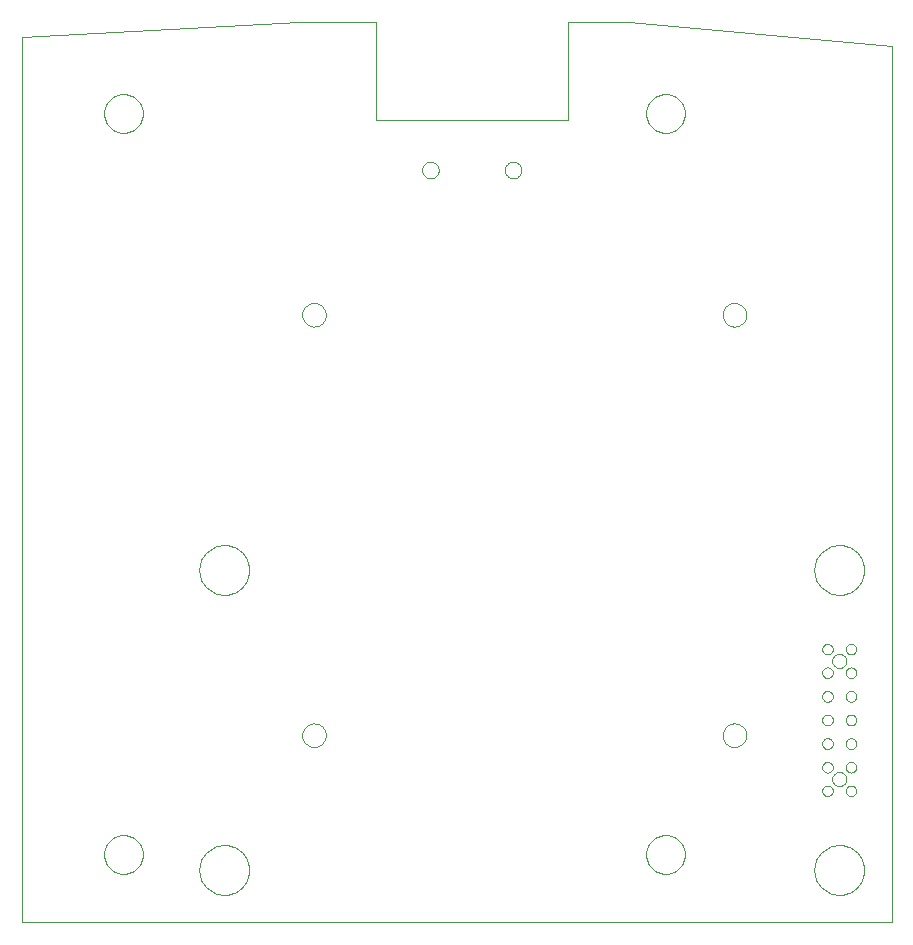
<source format=gko>
G75*
G70*
%OFA0B0*%
%FSLAX24Y24*%
%IPPOS*%
%LPD*%
%AMOC8*
5,1,8,0,0,1.08239X$1,22.5*
%
%ADD10C,0.0000*%
D10*
X000220Y000180D02*
X000220Y029700D01*
X009470Y030180D01*
X012020Y030180D01*
X012020Y026930D01*
X018420Y026930D01*
X018420Y030180D01*
X020470Y030180D01*
X029220Y029410D01*
X029220Y000180D01*
X000220Y000180D01*
X002965Y002450D02*
X002967Y002501D01*
X002973Y002551D01*
X002983Y002601D01*
X002997Y002649D01*
X003014Y002697D01*
X003035Y002743D01*
X003060Y002787D01*
X003088Y002829D01*
X003120Y002869D01*
X003154Y002906D01*
X003191Y002940D01*
X003231Y002972D01*
X003273Y003000D01*
X003317Y003025D01*
X003363Y003046D01*
X003411Y003063D01*
X003459Y003077D01*
X003509Y003087D01*
X003559Y003093D01*
X003610Y003095D01*
X003661Y003093D01*
X003711Y003087D01*
X003761Y003077D01*
X003809Y003063D01*
X003857Y003046D01*
X003903Y003025D01*
X003947Y003000D01*
X003989Y002972D01*
X004029Y002940D01*
X004066Y002906D01*
X004100Y002869D01*
X004132Y002829D01*
X004160Y002787D01*
X004185Y002743D01*
X004206Y002697D01*
X004223Y002649D01*
X004237Y002601D01*
X004247Y002551D01*
X004253Y002501D01*
X004255Y002450D01*
X004253Y002399D01*
X004247Y002349D01*
X004237Y002299D01*
X004223Y002251D01*
X004206Y002203D01*
X004185Y002157D01*
X004160Y002113D01*
X004132Y002071D01*
X004100Y002031D01*
X004066Y001994D01*
X004029Y001960D01*
X003989Y001928D01*
X003947Y001900D01*
X003903Y001875D01*
X003857Y001854D01*
X003809Y001837D01*
X003761Y001823D01*
X003711Y001813D01*
X003661Y001807D01*
X003610Y001805D01*
X003559Y001807D01*
X003509Y001813D01*
X003459Y001823D01*
X003411Y001837D01*
X003363Y001854D01*
X003317Y001875D01*
X003273Y001900D01*
X003231Y001928D01*
X003191Y001960D01*
X003154Y001994D01*
X003120Y002031D01*
X003088Y002071D01*
X003060Y002113D01*
X003035Y002157D01*
X003014Y002203D01*
X002997Y002251D01*
X002983Y002299D01*
X002973Y002349D01*
X002967Y002399D01*
X002965Y002450D01*
X006140Y001930D02*
X006142Y001987D01*
X006148Y002044D01*
X006158Y002101D01*
X006171Y002156D01*
X006189Y002211D01*
X006210Y002264D01*
X006235Y002316D01*
X006263Y002366D01*
X006295Y002413D01*
X006330Y002459D01*
X006368Y002502D01*
X006409Y002542D01*
X006453Y002579D01*
X006499Y002613D01*
X006547Y002644D01*
X006597Y002671D01*
X006649Y002695D01*
X006703Y002716D01*
X006757Y002732D01*
X006813Y002745D01*
X006870Y002754D01*
X006927Y002759D01*
X006984Y002760D01*
X007042Y002757D01*
X007098Y002750D01*
X007155Y002739D01*
X007210Y002725D01*
X007264Y002706D01*
X007317Y002684D01*
X007368Y002658D01*
X007418Y002629D01*
X007465Y002596D01*
X007510Y002561D01*
X007552Y002522D01*
X007591Y002480D01*
X007628Y002436D01*
X007661Y002390D01*
X007691Y002341D01*
X007718Y002290D01*
X007741Y002238D01*
X007760Y002184D01*
X007776Y002129D01*
X007788Y002073D01*
X007796Y002016D01*
X007800Y001959D01*
X007800Y001901D01*
X007796Y001844D01*
X007788Y001787D01*
X007776Y001731D01*
X007760Y001676D01*
X007741Y001622D01*
X007718Y001570D01*
X007691Y001519D01*
X007661Y001470D01*
X007628Y001424D01*
X007591Y001380D01*
X007552Y001338D01*
X007510Y001299D01*
X007465Y001264D01*
X007418Y001231D01*
X007368Y001202D01*
X007317Y001176D01*
X007264Y001154D01*
X007210Y001135D01*
X007155Y001121D01*
X007098Y001110D01*
X007042Y001103D01*
X006984Y001100D01*
X006927Y001101D01*
X006870Y001106D01*
X006813Y001115D01*
X006757Y001128D01*
X006703Y001144D01*
X006649Y001165D01*
X006597Y001189D01*
X006547Y001216D01*
X006499Y001247D01*
X006453Y001281D01*
X006409Y001318D01*
X006368Y001358D01*
X006330Y001401D01*
X006295Y001447D01*
X006263Y001494D01*
X006235Y001544D01*
X006210Y001596D01*
X006189Y001649D01*
X006171Y001704D01*
X006158Y001759D01*
X006148Y001816D01*
X006142Y001873D01*
X006140Y001930D01*
X009568Y006422D02*
X009570Y006461D01*
X009576Y006500D01*
X009586Y006538D01*
X009599Y006575D01*
X009616Y006610D01*
X009636Y006644D01*
X009660Y006675D01*
X009687Y006704D01*
X009716Y006730D01*
X009748Y006753D01*
X009782Y006773D01*
X009818Y006789D01*
X009855Y006801D01*
X009894Y006810D01*
X009933Y006815D01*
X009972Y006816D01*
X010011Y006813D01*
X010050Y006806D01*
X010087Y006795D01*
X010124Y006781D01*
X010159Y006763D01*
X010192Y006742D01*
X010223Y006717D01*
X010251Y006690D01*
X010276Y006660D01*
X010298Y006627D01*
X010317Y006593D01*
X010332Y006557D01*
X010344Y006519D01*
X010352Y006481D01*
X010356Y006442D01*
X010356Y006402D01*
X010352Y006363D01*
X010344Y006325D01*
X010332Y006287D01*
X010317Y006251D01*
X010298Y006217D01*
X010276Y006184D01*
X010251Y006154D01*
X010223Y006127D01*
X010192Y006102D01*
X010159Y006081D01*
X010124Y006063D01*
X010087Y006049D01*
X010050Y006038D01*
X010011Y006031D01*
X009972Y006028D01*
X009933Y006029D01*
X009894Y006034D01*
X009855Y006043D01*
X009818Y006055D01*
X009782Y006071D01*
X009748Y006091D01*
X009716Y006114D01*
X009687Y006140D01*
X009660Y006169D01*
X009636Y006200D01*
X009616Y006234D01*
X009599Y006269D01*
X009586Y006306D01*
X009576Y006344D01*
X009570Y006383D01*
X009568Y006422D01*
X006140Y011930D02*
X006142Y011987D01*
X006148Y012044D01*
X006158Y012101D01*
X006171Y012156D01*
X006189Y012211D01*
X006210Y012264D01*
X006235Y012316D01*
X006263Y012366D01*
X006295Y012413D01*
X006330Y012459D01*
X006368Y012502D01*
X006409Y012542D01*
X006453Y012579D01*
X006499Y012613D01*
X006547Y012644D01*
X006597Y012671D01*
X006649Y012695D01*
X006703Y012716D01*
X006757Y012732D01*
X006813Y012745D01*
X006870Y012754D01*
X006927Y012759D01*
X006984Y012760D01*
X007042Y012757D01*
X007098Y012750D01*
X007155Y012739D01*
X007210Y012725D01*
X007264Y012706D01*
X007317Y012684D01*
X007368Y012658D01*
X007418Y012629D01*
X007465Y012596D01*
X007510Y012561D01*
X007552Y012522D01*
X007591Y012480D01*
X007628Y012436D01*
X007661Y012390D01*
X007691Y012341D01*
X007718Y012290D01*
X007741Y012238D01*
X007760Y012184D01*
X007776Y012129D01*
X007788Y012073D01*
X007796Y012016D01*
X007800Y011959D01*
X007800Y011901D01*
X007796Y011844D01*
X007788Y011787D01*
X007776Y011731D01*
X007760Y011676D01*
X007741Y011622D01*
X007718Y011570D01*
X007691Y011519D01*
X007661Y011470D01*
X007628Y011424D01*
X007591Y011380D01*
X007552Y011338D01*
X007510Y011299D01*
X007465Y011264D01*
X007418Y011231D01*
X007368Y011202D01*
X007317Y011176D01*
X007264Y011154D01*
X007210Y011135D01*
X007155Y011121D01*
X007098Y011110D01*
X007042Y011103D01*
X006984Y011100D01*
X006927Y011101D01*
X006870Y011106D01*
X006813Y011115D01*
X006757Y011128D01*
X006703Y011144D01*
X006649Y011165D01*
X006597Y011189D01*
X006547Y011216D01*
X006499Y011247D01*
X006453Y011281D01*
X006409Y011318D01*
X006368Y011358D01*
X006330Y011401D01*
X006295Y011447D01*
X006263Y011494D01*
X006235Y011544D01*
X006210Y011596D01*
X006189Y011649D01*
X006171Y011704D01*
X006158Y011759D01*
X006148Y011816D01*
X006142Y011873D01*
X006140Y011930D01*
X009568Y020438D02*
X009570Y020477D01*
X009576Y020516D01*
X009586Y020554D01*
X009599Y020591D01*
X009616Y020626D01*
X009636Y020660D01*
X009660Y020691D01*
X009687Y020720D01*
X009716Y020746D01*
X009748Y020769D01*
X009782Y020789D01*
X009818Y020805D01*
X009855Y020817D01*
X009894Y020826D01*
X009933Y020831D01*
X009972Y020832D01*
X010011Y020829D01*
X010050Y020822D01*
X010087Y020811D01*
X010124Y020797D01*
X010159Y020779D01*
X010192Y020758D01*
X010223Y020733D01*
X010251Y020706D01*
X010276Y020676D01*
X010298Y020643D01*
X010317Y020609D01*
X010332Y020573D01*
X010344Y020535D01*
X010352Y020497D01*
X010356Y020458D01*
X010356Y020418D01*
X010352Y020379D01*
X010344Y020341D01*
X010332Y020303D01*
X010317Y020267D01*
X010298Y020233D01*
X010276Y020200D01*
X010251Y020170D01*
X010223Y020143D01*
X010192Y020118D01*
X010159Y020097D01*
X010124Y020079D01*
X010087Y020065D01*
X010050Y020054D01*
X010011Y020047D01*
X009972Y020044D01*
X009933Y020045D01*
X009894Y020050D01*
X009855Y020059D01*
X009818Y020071D01*
X009782Y020087D01*
X009748Y020107D01*
X009716Y020130D01*
X009687Y020156D01*
X009660Y020185D01*
X009636Y020216D01*
X009616Y020250D01*
X009599Y020285D01*
X009586Y020322D01*
X009576Y020360D01*
X009570Y020399D01*
X009568Y020438D01*
X013566Y025261D02*
X013568Y025294D01*
X013574Y025326D01*
X013583Y025357D01*
X013596Y025387D01*
X013613Y025415D01*
X013633Y025441D01*
X013656Y025465D01*
X013681Y025485D01*
X013709Y025503D01*
X013738Y025517D01*
X013769Y025527D01*
X013801Y025534D01*
X013834Y025537D01*
X013867Y025536D01*
X013899Y025531D01*
X013930Y025522D01*
X013961Y025510D01*
X013989Y025494D01*
X014016Y025475D01*
X014040Y025453D01*
X014061Y025428D01*
X014080Y025401D01*
X014095Y025372D01*
X014106Y025342D01*
X014114Y025310D01*
X014118Y025277D01*
X014118Y025245D01*
X014114Y025212D01*
X014106Y025180D01*
X014095Y025150D01*
X014080Y025121D01*
X014061Y025094D01*
X014040Y025069D01*
X014016Y025047D01*
X013989Y025028D01*
X013961Y025012D01*
X013930Y025000D01*
X013899Y024991D01*
X013867Y024986D01*
X013834Y024985D01*
X013801Y024988D01*
X013769Y024995D01*
X013738Y025005D01*
X013709Y025019D01*
X013681Y025037D01*
X013656Y025057D01*
X013633Y025081D01*
X013613Y025107D01*
X013596Y025135D01*
X013583Y025165D01*
X013574Y025196D01*
X013568Y025228D01*
X013566Y025261D01*
X016322Y025261D02*
X016324Y025294D01*
X016330Y025326D01*
X016339Y025357D01*
X016352Y025387D01*
X016369Y025415D01*
X016389Y025441D01*
X016412Y025465D01*
X016437Y025485D01*
X016465Y025503D01*
X016494Y025517D01*
X016525Y025527D01*
X016557Y025534D01*
X016590Y025537D01*
X016623Y025536D01*
X016655Y025531D01*
X016686Y025522D01*
X016717Y025510D01*
X016745Y025494D01*
X016772Y025475D01*
X016796Y025453D01*
X016817Y025428D01*
X016836Y025401D01*
X016851Y025372D01*
X016862Y025342D01*
X016870Y025310D01*
X016874Y025277D01*
X016874Y025245D01*
X016870Y025212D01*
X016862Y025180D01*
X016851Y025150D01*
X016836Y025121D01*
X016817Y025094D01*
X016796Y025069D01*
X016772Y025047D01*
X016745Y025028D01*
X016717Y025012D01*
X016686Y025000D01*
X016655Y024991D01*
X016623Y024986D01*
X016590Y024985D01*
X016557Y024988D01*
X016525Y024995D01*
X016494Y025005D01*
X016465Y025019D01*
X016437Y025037D01*
X016412Y025057D01*
X016389Y025081D01*
X016369Y025107D01*
X016352Y025135D01*
X016339Y025165D01*
X016330Y025196D01*
X016324Y025228D01*
X016322Y025261D01*
X021035Y027150D02*
X021037Y027201D01*
X021043Y027251D01*
X021053Y027301D01*
X021067Y027349D01*
X021084Y027397D01*
X021105Y027443D01*
X021130Y027487D01*
X021158Y027529D01*
X021190Y027569D01*
X021224Y027606D01*
X021261Y027640D01*
X021301Y027672D01*
X021343Y027700D01*
X021387Y027725D01*
X021433Y027746D01*
X021481Y027763D01*
X021529Y027777D01*
X021579Y027787D01*
X021629Y027793D01*
X021680Y027795D01*
X021731Y027793D01*
X021781Y027787D01*
X021831Y027777D01*
X021879Y027763D01*
X021927Y027746D01*
X021973Y027725D01*
X022017Y027700D01*
X022059Y027672D01*
X022099Y027640D01*
X022136Y027606D01*
X022170Y027569D01*
X022202Y027529D01*
X022230Y027487D01*
X022255Y027443D01*
X022276Y027397D01*
X022293Y027349D01*
X022307Y027301D01*
X022317Y027251D01*
X022323Y027201D01*
X022325Y027150D01*
X022323Y027099D01*
X022317Y027049D01*
X022307Y026999D01*
X022293Y026951D01*
X022276Y026903D01*
X022255Y026857D01*
X022230Y026813D01*
X022202Y026771D01*
X022170Y026731D01*
X022136Y026694D01*
X022099Y026660D01*
X022059Y026628D01*
X022017Y026600D01*
X021973Y026575D01*
X021927Y026554D01*
X021879Y026537D01*
X021831Y026523D01*
X021781Y026513D01*
X021731Y026507D01*
X021680Y026505D01*
X021629Y026507D01*
X021579Y026513D01*
X021529Y026523D01*
X021481Y026537D01*
X021433Y026554D01*
X021387Y026575D01*
X021343Y026600D01*
X021301Y026628D01*
X021261Y026660D01*
X021224Y026694D01*
X021190Y026731D01*
X021158Y026771D01*
X021130Y026813D01*
X021105Y026857D01*
X021084Y026903D01*
X021067Y026951D01*
X021053Y026999D01*
X021043Y027049D01*
X021037Y027099D01*
X021035Y027150D01*
X023584Y020438D02*
X023586Y020477D01*
X023592Y020516D01*
X023602Y020554D01*
X023615Y020591D01*
X023632Y020626D01*
X023652Y020660D01*
X023676Y020691D01*
X023703Y020720D01*
X023732Y020746D01*
X023764Y020769D01*
X023798Y020789D01*
X023834Y020805D01*
X023871Y020817D01*
X023910Y020826D01*
X023949Y020831D01*
X023988Y020832D01*
X024027Y020829D01*
X024066Y020822D01*
X024103Y020811D01*
X024140Y020797D01*
X024175Y020779D01*
X024208Y020758D01*
X024239Y020733D01*
X024267Y020706D01*
X024292Y020676D01*
X024314Y020643D01*
X024333Y020609D01*
X024348Y020573D01*
X024360Y020535D01*
X024368Y020497D01*
X024372Y020458D01*
X024372Y020418D01*
X024368Y020379D01*
X024360Y020341D01*
X024348Y020303D01*
X024333Y020267D01*
X024314Y020233D01*
X024292Y020200D01*
X024267Y020170D01*
X024239Y020143D01*
X024208Y020118D01*
X024175Y020097D01*
X024140Y020079D01*
X024103Y020065D01*
X024066Y020054D01*
X024027Y020047D01*
X023988Y020044D01*
X023949Y020045D01*
X023910Y020050D01*
X023871Y020059D01*
X023834Y020071D01*
X023798Y020087D01*
X023764Y020107D01*
X023732Y020130D01*
X023703Y020156D01*
X023676Y020185D01*
X023652Y020216D01*
X023632Y020250D01*
X023615Y020285D01*
X023602Y020322D01*
X023592Y020360D01*
X023586Y020399D01*
X023584Y020438D01*
X026640Y011930D02*
X026642Y011987D01*
X026648Y012044D01*
X026658Y012101D01*
X026671Y012156D01*
X026689Y012211D01*
X026710Y012264D01*
X026735Y012316D01*
X026763Y012366D01*
X026795Y012413D01*
X026830Y012459D01*
X026868Y012502D01*
X026909Y012542D01*
X026953Y012579D01*
X026999Y012613D01*
X027047Y012644D01*
X027097Y012671D01*
X027149Y012695D01*
X027203Y012716D01*
X027257Y012732D01*
X027313Y012745D01*
X027370Y012754D01*
X027427Y012759D01*
X027484Y012760D01*
X027542Y012757D01*
X027598Y012750D01*
X027655Y012739D01*
X027710Y012725D01*
X027764Y012706D01*
X027817Y012684D01*
X027868Y012658D01*
X027918Y012629D01*
X027965Y012596D01*
X028010Y012561D01*
X028052Y012522D01*
X028091Y012480D01*
X028128Y012436D01*
X028161Y012390D01*
X028191Y012341D01*
X028218Y012290D01*
X028241Y012238D01*
X028260Y012184D01*
X028276Y012129D01*
X028288Y012073D01*
X028296Y012016D01*
X028300Y011959D01*
X028300Y011901D01*
X028296Y011844D01*
X028288Y011787D01*
X028276Y011731D01*
X028260Y011676D01*
X028241Y011622D01*
X028218Y011570D01*
X028191Y011519D01*
X028161Y011470D01*
X028128Y011424D01*
X028091Y011380D01*
X028052Y011338D01*
X028010Y011299D01*
X027965Y011264D01*
X027918Y011231D01*
X027868Y011202D01*
X027817Y011176D01*
X027764Y011154D01*
X027710Y011135D01*
X027655Y011121D01*
X027598Y011110D01*
X027542Y011103D01*
X027484Y011100D01*
X027427Y011101D01*
X027370Y011106D01*
X027313Y011115D01*
X027257Y011128D01*
X027203Y011144D01*
X027149Y011165D01*
X027097Y011189D01*
X027047Y011216D01*
X026999Y011247D01*
X026953Y011281D01*
X026909Y011318D01*
X026868Y011358D01*
X026830Y011401D01*
X026795Y011447D01*
X026763Y011494D01*
X026735Y011544D01*
X026710Y011596D01*
X026689Y011649D01*
X026671Y011704D01*
X026658Y011759D01*
X026648Y011816D01*
X026642Y011873D01*
X026640Y011930D01*
X026899Y009292D02*
X026901Y009318D01*
X026907Y009344D01*
X026917Y009369D01*
X026930Y009392D01*
X026946Y009412D01*
X026966Y009430D01*
X026988Y009445D01*
X027011Y009457D01*
X027037Y009465D01*
X027063Y009469D01*
X027089Y009469D01*
X027115Y009465D01*
X027141Y009457D01*
X027165Y009445D01*
X027186Y009430D01*
X027206Y009412D01*
X027222Y009392D01*
X027235Y009369D01*
X027245Y009344D01*
X027251Y009318D01*
X027253Y009292D01*
X027251Y009266D01*
X027245Y009240D01*
X027235Y009215D01*
X027222Y009192D01*
X027206Y009172D01*
X027186Y009154D01*
X027164Y009139D01*
X027141Y009127D01*
X027115Y009119D01*
X027089Y009115D01*
X027063Y009115D01*
X027037Y009119D01*
X027011Y009127D01*
X026987Y009139D01*
X026966Y009154D01*
X026946Y009172D01*
X026930Y009192D01*
X026917Y009215D01*
X026907Y009240D01*
X026901Y009266D01*
X026899Y009292D01*
X027236Y008899D02*
X027238Y008929D01*
X027244Y008958D01*
X027253Y008987D01*
X027266Y009014D01*
X027282Y009039D01*
X027302Y009062D01*
X027324Y009082D01*
X027349Y009099D01*
X027375Y009113D01*
X027403Y009123D01*
X027433Y009130D01*
X027462Y009133D01*
X027492Y009132D01*
X027522Y009127D01*
X027551Y009119D01*
X027578Y009106D01*
X027604Y009091D01*
X027627Y009072D01*
X027648Y009051D01*
X027666Y009027D01*
X027681Y009001D01*
X027692Y008973D01*
X027700Y008944D01*
X027704Y008914D01*
X027704Y008884D01*
X027700Y008854D01*
X027692Y008825D01*
X027681Y008797D01*
X027666Y008771D01*
X027648Y008747D01*
X027627Y008726D01*
X027604Y008707D01*
X027578Y008692D01*
X027551Y008679D01*
X027522Y008671D01*
X027492Y008666D01*
X027462Y008665D01*
X027433Y008668D01*
X027403Y008675D01*
X027375Y008685D01*
X027349Y008699D01*
X027324Y008716D01*
X027302Y008736D01*
X027282Y008759D01*
X027266Y008784D01*
X027253Y008811D01*
X027244Y008840D01*
X027238Y008869D01*
X027236Y008899D01*
X026899Y008505D02*
X026901Y008531D01*
X026907Y008557D01*
X026917Y008582D01*
X026930Y008605D01*
X026946Y008625D01*
X026966Y008643D01*
X026988Y008658D01*
X027011Y008670D01*
X027037Y008678D01*
X027063Y008682D01*
X027089Y008682D01*
X027115Y008678D01*
X027141Y008670D01*
X027165Y008658D01*
X027186Y008643D01*
X027206Y008625D01*
X027222Y008605D01*
X027235Y008582D01*
X027245Y008557D01*
X027251Y008531D01*
X027253Y008505D01*
X027251Y008479D01*
X027245Y008453D01*
X027235Y008428D01*
X027222Y008405D01*
X027206Y008385D01*
X027186Y008367D01*
X027164Y008352D01*
X027141Y008340D01*
X027115Y008332D01*
X027089Y008328D01*
X027063Y008328D01*
X027037Y008332D01*
X027011Y008340D01*
X026987Y008352D01*
X026966Y008367D01*
X026946Y008385D01*
X026930Y008405D01*
X026917Y008428D01*
X026907Y008453D01*
X026901Y008479D01*
X026899Y008505D01*
X026899Y007717D02*
X026901Y007743D01*
X026907Y007769D01*
X026917Y007794D01*
X026930Y007817D01*
X026946Y007837D01*
X026966Y007855D01*
X026988Y007870D01*
X027011Y007882D01*
X027037Y007890D01*
X027063Y007894D01*
X027089Y007894D01*
X027115Y007890D01*
X027141Y007882D01*
X027165Y007870D01*
X027186Y007855D01*
X027206Y007837D01*
X027222Y007817D01*
X027235Y007794D01*
X027245Y007769D01*
X027251Y007743D01*
X027253Y007717D01*
X027251Y007691D01*
X027245Y007665D01*
X027235Y007640D01*
X027222Y007617D01*
X027206Y007597D01*
X027186Y007579D01*
X027164Y007564D01*
X027141Y007552D01*
X027115Y007544D01*
X027089Y007540D01*
X027063Y007540D01*
X027037Y007544D01*
X027011Y007552D01*
X026987Y007564D01*
X026966Y007579D01*
X026946Y007597D01*
X026930Y007617D01*
X026917Y007640D01*
X026907Y007665D01*
X026901Y007691D01*
X026899Y007717D01*
X026899Y006930D02*
X026901Y006956D01*
X026907Y006982D01*
X026917Y007007D01*
X026930Y007030D01*
X026946Y007050D01*
X026966Y007068D01*
X026988Y007083D01*
X027011Y007095D01*
X027037Y007103D01*
X027063Y007107D01*
X027089Y007107D01*
X027115Y007103D01*
X027141Y007095D01*
X027165Y007083D01*
X027186Y007068D01*
X027206Y007050D01*
X027222Y007030D01*
X027235Y007007D01*
X027245Y006982D01*
X027251Y006956D01*
X027253Y006930D01*
X027251Y006904D01*
X027245Y006878D01*
X027235Y006853D01*
X027222Y006830D01*
X027206Y006810D01*
X027186Y006792D01*
X027164Y006777D01*
X027141Y006765D01*
X027115Y006757D01*
X027089Y006753D01*
X027063Y006753D01*
X027037Y006757D01*
X027011Y006765D01*
X026987Y006777D01*
X026966Y006792D01*
X026946Y006810D01*
X026930Y006830D01*
X026917Y006853D01*
X026907Y006878D01*
X026901Y006904D01*
X026899Y006930D01*
X026899Y006143D02*
X026901Y006169D01*
X026907Y006195D01*
X026917Y006220D01*
X026930Y006243D01*
X026946Y006263D01*
X026966Y006281D01*
X026988Y006296D01*
X027011Y006308D01*
X027037Y006316D01*
X027063Y006320D01*
X027089Y006320D01*
X027115Y006316D01*
X027141Y006308D01*
X027165Y006296D01*
X027186Y006281D01*
X027206Y006263D01*
X027222Y006243D01*
X027235Y006220D01*
X027245Y006195D01*
X027251Y006169D01*
X027253Y006143D01*
X027251Y006117D01*
X027245Y006091D01*
X027235Y006066D01*
X027222Y006043D01*
X027206Y006023D01*
X027186Y006005D01*
X027164Y005990D01*
X027141Y005978D01*
X027115Y005970D01*
X027089Y005966D01*
X027063Y005966D01*
X027037Y005970D01*
X027011Y005978D01*
X026987Y005990D01*
X026966Y006005D01*
X026946Y006023D01*
X026930Y006043D01*
X026917Y006066D01*
X026907Y006091D01*
X026901Y006117D01*
X026899Y006143D01*
X026899Y005355D02*
X026901Y005381D01*
X026907Y005407D01*
X026917Y005432D01*
X026930Y005455D01*
X026946Y005475D01*
X026966Y005493D01*
X026988Y005508D01*
X027011Y005520D01*
X027037Y005528D01*
X027063Y005532D01*
X027089Y005532D01*
X027115Y005528D01*
X027141Y005520D01*
X027165Y005508D01*
X027186Y005493D01*
X027206Y005475D01*
X027222Y005455D01*
X027235Y005432D01*
X027245Y005407D01*
X027251Y005381D01*
X027253Y005355D01*
X027251Y005329D01*
X027245Y005303D01*
X027235Y005278D01*
X027222Y005255D01*
X027206Y005235D01*
X027186Y005217D01*
X027164Y005202D01*
X027141Y005190D01*
X027115Y005182D01*
X027089Y005178D01*
X027063Y005178D01*
X027037Y005182D01*
X027011Y005190D01*
X026987Y005202D01*
X026966Y005217D01*
X026946Y005235D01*
X026930Y005255D01*
X026917Y005278D01*
X026907Y005303D01*
X026901Y005329D01*
X026899Y005355D01*
X027236Y004961D02*
X027238Y004991D01*
X027244Y005020D01*
X027253Y005049D01*
X027266Y005076D01*
X027282Y005101D01*
X027302Y005124D01*
X027324Y005144D01*
X027349Y005161D01*
X027375Y005175D01*
X027403Y005185D01*
X027433Y005192D01*
X027462Y005195D01*
X027492Y005194D01*
X027522Y005189D01*
X027551Y005181D01*
X027578Y005168D01*
X027604Y005153D01*
X027627Y005134D01*
X027648Y005113D01*
X027666Y005089D01*
X027681Y005063D01*
X027692Y005035D01*
X027700Y005006D01*
X027704Y004976D01*
X027704Y004946D01*
X027700Y004916D01*
X027692Y004887D01*
X027681Y004859D01*
X027666Y004833D01*
X027648Y004809D01*
X027627Y004788D01*
X027604Y004769D01*
X027578Y004754D01*
X027551Y004741D01*
X027522Y004733D01*
X027492Y004728D01*
X027462Y004727D01*
X027433Y004730D01*
X027403Y004737D01*
X027375Y004747D01*
X027349Y004761D01*
X027324Y004778D01*
X027302Y004798D01*
X027282Y004821D01*
X027266Y004846D01*
X027253Y004873D01*
X027244Y004902D01*
X027238Y004931D01*
X027236Y004961D01*
X026899Y004568D02*
X026901Y004594D01*
X026907Y004620D01*
X026917Y004645D01*
X026930Y004668D01*
X026946Y004688D01*
X026966Y004706D01*
X026988Y004721D01*
X027011Y004733D01*
X027037Y004741D01*
X027063Y004745D01*
X027089Y004745D01*
X027115Y004741D01*
X027141Y004733D01*
X027165Y004721D01*
X027186Y004706D01*
X027206Y004688D01*
X027222Y004668D01*
X027235Y004645D01*
X027245Y004620D01*
X027251Y004594D01*
X027253Y004568D01*
X027251Y004542D01*
X027245Y004516D01*
X027235Y004491D01*
X027222Y004468D01*
X027206Y004448D01*
X027186Y004430D01*
X027164Y004415D01*
X027141Y004403D01*
X027115Y004395D01*
X027089Y004391D01*
X027063Y004391D01*
X027037Y004395D01*
X027011Y004403D01*
X026987Y004415D01*
X026966Y004430D01*
X026946Y004448D01*
X026930Y004468D01*
X026917Y004491D01*
X026907Y004516D01*
X026901Y004542D01*
X026899Y004568D01*
X027687Y004568D02*
X027689Y004594D01*
X027695Y004620D01*
X027705Y004645D01*
X027718Y004668D01*
X027734Y004688D01*
X027754Y004706D01*
X027776Y004721D01*
X027799Y004733D01*
X027825Y004741D01*
X027851Y004745D01*
X027877Y004745D01*
X027903Y004741D01*
X027929Y004733D01*
X027953Y004721D01*
X027974Y004706D01*
X027994Y004688D01*
X028010Y004668D01*
X028023Y004645D01*
X028033Y004620D01*
X028039Y004594D01*
X028041Y004568D01*
X028039Y004542D01*
X028033Y004516D01*
X028023Y004491D01*
X028010Y004468D01*
X027994Y004448D01*
X027974Y004430D01*
X027952Y004415D01*
X027929Y004403D01*
X027903Y004395D01*
X027877Y004391D01*
X027851Y004391D01*
X027825Y004395D01*
X027799Y004403D01*
X027775Y004415D01*
X027754Y004430D01*
X027734Y004448D01*
X027718Y004468D01*
X027705Y004491D01*
X027695Y004516D01*
X027689Y004542D01*
X027687Y004568D01*
X027687Y005355D02*
X027689Y005381D01*
X027695Y005407D01*
X027705Y005432D01*
X027718Y005455D01*
X027734Y005475D01*
X027754Y005493D01*
X027776Y005508D01*
X027799Y005520D01*
X027825Y005528D01*
X027851Y005532D01*
X027877Y005532D01*
X027903Y005528D01*
X027929Y005520D01*
X027953Y005508D01*
X027974Y005493D01*
X027994Y005475D01*
X028010Y005455D01*
X028023Y005432D01*
X028033Y005407D01*
X028039Y005381D01*
X028041Y005355D01*
X028039Y005329D01*
X028033Y005303D01*
X028023Y005278D01*
X028010Y005255D01*
X027994Y005235D01*
X027974Y005217D01*
X027952Y005202D01*
X027929Y005190D01*
X027903Y005182D01*
X027877Y005178D01*
X027851Y005178D01*
X027825Y005182D01*
X027799Y005190D01*
X027775Y005202D01*
X027754Y005217D01*
X027734Y005235D01*
X027718Y005255D01*
X027705Y005278D01*
X027695Y005303D01*
X027689Y005329D01*
X027687Y005355D01*
X027687Y006143D02*
X027689Y006169D01*
X027695Y006195D01*
X027705Y006220D01*
X027718Y006243D01*
X027734Y006263D01*
X027754Y006281D01*
X027776Y006296D01*
X027799Y006308D01*
X027825Y006316D01*
X027851Y006320D01*
X027877Y006320D01*
X027903Y006316D01*
X027929Y006308D01*
X027953Y006296D01*
X027974Y006281D01*
X027994Y006263D01*
X028010Y006243D01*
X028023Y006220D01*
X028033Y006195D01*
X028039Y006169D01*
X028041Y006143D01*
X028039Y006117D01*
X028033Y006091D01*
X028023Y006066D01*
X028010Y006043D01*
X027994Y006023D01*
X027974Y006005D01*
X027952Y005990D01*
X027929Y005978D01*
X027903Y005970D01*
X027877Y005966D01*
X027851Y005966D01*
X027825Y005970D01*
X027799Y005978D01*
X027775Y005990D01*
X027754Y006005D01*
X027734Y006023D01*
X027718Y006043D01*
X027705Y006066D01*
X027695Y006091D01*
X027689Y006117D01*
X027687Y006143D01*
X027687Y006930D02*
X027689Y006956D01*
X027695Y006982D01*
X027705Y007007D01*
X027718Y007030D01*
X027734Y007050D01*
X027754Y007068D01*
X027776Y007083D01*
X027799Y007095D01*
X027825Y007103D01*
X027851Y007107D01*
X027877Y007107D01*
X027903Y007103D01*
X027929Y007095D01*
X027953Y007083D01*
X027974Y007068D01*
X027994Y007050D01*
X028010Y007030D01*
X028023Y007007D01*
X028033Y006982D01*
X028039Y006956D01*
X028041Y006930D01*
X028039Y006904D01*
X028033Y006878D01*
X028023Y006853D01*
X028010Y006830D01*
X027994Y006810D01*
X027974Y006792D01*
X027952Y006777D01*
X027929Y006765D01*
X027903Y006757D01*
X027877Y006753D01*
X027851Y006753D01*
X027825Y006757D01*
X027799Y006765D01*
X027775Y006777D01*
X027754Y006792D01*
X027734Y006810D01*
X027718Y006830D01*
X027705Y006853D01*
X027695Y006878D01*
X027689Y006904D01*
X027687Y006930D01*
X027687Y007717D02*
X027689Y007743D01*
X027695Y007769D01*
X027705Y007794D01*
X027718Y007817D01*
X027734Y007837D01*
X027754Y007855D01*
X027776Y007870D01*
X027799Y007882D01*
X027825Y007890D01*
X027851Y007894D01*
X027877Y007894D01*
X027903Y007890D01*
X027929Y007882D01*
X027953Y007870D01*
X027974Y007855D01*
X027994Y007837D01*
X028010Y007817D01*
X028023Y007794D01*
X028033Y007769D01*
X028039Y007743D01*
X028041Y007717D01*
X028039Y007691D01*
X028033Y007665D01*
X028023Y007640D01*
X028010Y007617D01*
X027994Y007597D01*
X027974Y007579D01*
X027952Y007564D01*
X027929Y007552D01*
X027903Y007544D01*
X027877Y007540D01*
X027851Y007540D01*
X027825Y007544D01*
X027799Y007552D01*
X027775Y007564D01*
X027754Y007579D01*
X027734Y007597D01*
X027718Y007617D01*
X027705Y007640D01*
X027695Y007665D01*
X027689Y007691D01*
X027687Y007717D01*
X027687Y008505D02*
X027689Y008531D01*
X027695Y008557D01*
X027705Y008582D01*
X027718Y008605D01*
X027734Y008625D01*
X027754Y008643D01*
X027776Y008658D01*
X027799Y008670D01*
X027825Y008678D01*
X027851Y008682D01*
X027877Y008682D01*
X027903Y008678D01*
X027929Y008670D01*
X027953Y008658D01*
X027974Y008643D01*
X027994Y008625D01*
X028010Y008605D01*
X028023Y008582D01*
X028033Y008557D01*
X028039Y008531D01*
X028041Y008505D01*
X028039Y008479D01*
X028033Y008453D01*
X028023Y008428D01*
X028010Y008405D01*
X027994Y008385D01*
X027974Y008367D01*
X027952Y008352D01*
X027929Y008340D01*
X027903Y008332D01*
X027877Y008328D01*
X027851Y008328D01*
X027825Y008332D01*
X027799Y008340D01*
X027775Y008352D01*
X027754Y008367D01*
X027734Y008385D01*
X027718Y008405D01*
X027705Y008428D01*
X027695Y008453D01*
X027689Y008479D01*
X027687Y008505D01*
X027687Y009292D02*
X027689Y009318D01*
X027695Y009344D01*
X027705Y009369D01*
X027718Y009392D01*
X027734Y009412D01*
X027754Y009430D01*
X027776Y009445D01*
X027799Y009457D01*
X027825Y009465D01*
X027851Y009469D01*
X027877Y009469D01*
X027903Y009465D01*
X027929Y009457D01*
X027953Y009445D01*
X027974Y009430D01*
X027994Y009412D01*
X028010Y009392D01*
X028023Y009369D01*
X028033Y009344D01*
X028039Y009318D01*
X028041Y009292D01*
X028039Y009266D01*
X028033Y009240D01*
X028023Y009215D01*
X028010Y009192D01*
X027994Y009172D01*
X027974Y009154D01*
X027952Y009139D01*
X027929Y009127D01*
X027903Y009119D01*
X027877Y009115D01*
X027851Y009115D01*
X027825Y009119D01*
X027799Y009127D01*
X027775Y009139D01*
X027754Y009154D01*
X027734Y009172D01*
X027718Y009192D01*
X027705Y009215D01*
X027695Y009240D01*
X027689Y009266D01*
X027687Y009292D01*
X023584Y006422D02*
X023586Y006461D01*
X023592Y006500D01*
X023602Y006538D01*
X023615Y006575D01*
X023632Y006610D01*
X023652Y006644D01*
X023676Y006675D01*
X023703Y006704D01*
X023732Y006730D01*
X023764Y006753D01*
X023798Y006773D01*
X023834Y006789D01*
X023871Y006801D01*
X023910Y006810D01*
X023949Y006815D01*
X023988Y006816D01*
X024027Y006813D01*
X024066Y006806D01*
X024103Y006795D01*
X024140Y006781D01*
X024175Y006763D01*
X024208Y006742D01*
X024239Y006717D01*
X024267Y006690D01*
X024292Y006660D01*
X024314Y006627D01*
X024333Y006593D01*
X024348Y006557D01*
X024360Y006519D01*
X024368Y006481D01*
X024372Y006442D01*
X024372Y006402D01*
X024368Y006363D01*
X024360Y006325D01*
X024348Y006287D01*
X024333Y006251D01*
X024314Y006217D01*
X024292Y006184D01*
X024267Y006154D01*
X024239Y006127D01*
X024208Y006102D01*
X024175Y006081D01*
X024140Y006063D01*
X024103Y006049D01*
X024066Y006038D01*
X024027Y006031D01*
X023988Y006028D01*
X023949Y006029D01*
X023910Y006034D01*
X023871Y006043D01*
X023834Y006055D01*
X023798Y006071D01*
X023764Y006091D01*
X023732Y006114D01*
X023703Y006140D01*
X023676Y006169D01*
X023652Y006200D01*
X023632Y006234D01*
X023615Y006269D01*
X023602Y006306D01*
X023592Y006344D01*
X023586Y006383D01*
X023584Y006422D01*
X021035Y002450D02*
X021037Y002501D01*
X021043Y002551D01*
X021053Y002601D01*
X021067Y002649D01*
X021084Y002697D01*
X021105Y002743D01*
X021130Y002787D01*
X021158Y002829D01*
X021190Y002869D01*
X021224Y002906D01*
X021261Y002940D01*
X021301Y002972D01*
X021343Y003000D01*
X021387Y003025D01*
X021433Y003046D01*
X021481Y003063D01*
X021529Y003077D01*
X021579Y003087D01*
X021629Y003093D01*
X021680Y003095D01*
X021731Y003093D01*
X021781Y003087D01*
X021831Y003077D01*
X021879Y003063D01*
X021927Y003046D01*
X021973Y003025D01*
X022017Y003000D01*
X022059Y002972D01*
X022099Y002940D01*
X022136Y002906D01*
X022170Y002869D01*
X022202Y002829D01*
X022230Y002787D01*
X022255Y002743D01*
X022276Y002697D01*
X022293Y002649D01*
X022307Y002601D01*
X022317Y002551D01*
X022323Y002501D01*
X022325Y002450D01*
X022323Y002399D01*
X022317Y002349D01*
X022307Y002299D01*
X022293Y002251D01*
X022276Y002203D01*
X022255Y002157D01*
X022230Y002113D01*
X022202Y002071D01*
X022170Y002031D01*
X022136Y001994D01*
X022099Y001960D01*
X022059Y001928D01*
X022017Y001900D01*
X021973Y001875D01*
X021927Y001854D01*
X021879Y001837D01*
X021831Y001823D01*
X021781Y001813D01*
X021731Y001807D01*
X021680Y001805D01*
X021629Y001807D01*
X021579Y001813D01*
X021529Y001823D01*
X021481Y001837D01*
X021433Y001854D01*
X021387Y001875D01*
X021343Y001900D01*
X021301Y001928D01*
X021261Y001960D01*
X021224Y001994D01*
X021190Y002031D01*
X021158Y002071D01*
X021130Y002113D01*
X021105Y002157D01*
X021084Y002203D01*
X021067Y002251D01*
X021053Y002299D01*
X021043Y002349D01*
X021037Y002399D01*
X021035Y002450D01*
X026640Y001930D02*
X026642Y001987D01*
X026648Y002044D01*
X026658Y002101D01*
X026671Y002156D01*
X026689Y002211D01*
X026710Y002264D01*
X026735Y002316D01*
X026763Y002366D01*
X026795Y002413D01*
X026830Y002459D01*
X026868Y002502D01*
X026909Y002542D01*
X026953Y002579D01*
X026999Y002613D01*
X027047Y002644D01*
X027097Y002671D01*
X027149Y002695D01*
X027203Y002716D01*
X027257Y002732D01*
X027313Y002745D01*
X027370Y002754D01*
X027427Y002759D01*
X027484Y002760D01*
X027542Y002757D01*
X027598Y002750D01*
X027655Y002739D01*
X027710Y002725D01*
X027764Y002706D01*
X027817Y002684D01*
X027868Y002658D01*
X027918Y002629D01*
X027965Y002596D01*
X028010Y002561D01*
X028052Y002522D01*
X028091Y002480D01*
X028128Y002436D01*
X028161Y002390D01*
X028191Y002341D01*
X028218Y002290D01*
X028241Y002238D01*
X028260Y002184D01*
X028276Y002129D01*
X028288Y002073D01*
X028296Y002016D01*
X028300Y001959D01*
X028300Y001901D01*
X028296Y001844D01*
X028288Y001787D01*
X028276Y001731D01*
X028260Y001676D01*
X028241Y001622D01*
X028218Y001570D01*
X028191Y001519D01*
X028161Y001470D01*
X028128Y001424D01*
X028091Y001380D01*
X028052Y001338D01*
X028010Y001299D01*
X027965Y001264D01*
X027918Y001231D01*
X027868Y001202D01*
X027817Y001176D01*
X027764Y001154D01*
X027710Y001135D01*
X027655Y001121D01*
X027598Y001110D01*
X027542Y001103D01*
X027484Y001100D01*
X027427Y001101D01*
X027370Y001106D01*
X027313Y001115D01*
X027257Y001128D01*
X027203Y001144D01*
X027149Y001165D01*
X027097Y001189D01*
X027047Y001216D01*
X026999Y001247D01*
X026953Y001281D01*
X026909Y001318D01*
X026868Y001358D01*
X026830Y001401D01*
X026795Y001447D01*
X026763Y001494D01*
X026735Y001544D01*
X026710Y001596D01*
X026689Y001649D01*
X026671Y001704D01*
X026658Y001759D01*
X026648Y001816D01*
X026642Y001873D01*
X026640Y001930D01*
X002965Y027150D02*
X002967Y027201D01*
X002973Y027251D01*
X002983Y027301D01*
X002997Y027349D01*
X003014Y027397D01*
X003035Y027443D01*
X003060Y027487D01*
X003088Y027529D01*
X003120Y027569D01*
X003154Y027606D01*
X003191Y027640D01*
X003231Y027672D01*
X003273Y027700D01*
X003317Y027725D01*
X003363Y027746D01*
X003411Y027763D01*
X003459Y027777D01*
X003509Y027787D01*
X003559Y027793D01*
X003610Y027795D01*
X003661Y027793D01*
X003711Y027787D01*
X003761Y027777D01*
X003809Y027763D01*
X003857Y027746D01*
X003903Y027725D01*
X003947Y027700D01*
X003989Y027672D01*
X004029Y027640D01*
X004066Y027606D01*
X004100Y027569D01*
X004132Y027529D01*
X004160Y027487D01*
X004185Y027443D01*
X004206Y027397D01*
X004223Y027349D01*
X004237Y027301D01*
X004247Y027251D01*
X004253Y027201D01*
X004255Y027150D01*
X004253Y027099D01*
X004247Y027049D01*
X004237Y026999D01*
X004223Y026951D01*
X004206Y026903D01*
X004185Y026857D01*
X004160Y026813D01*
X004132Y026771D01*
X004100Y026731D01*
X004066Y026694D01*
X004029Y026660D01*
X003989Y026628D01*
X003947Y026600D01*
X003903Y026575D01*
X003857Y026554D01*
X003809Y026537D01*
X003761Y026523D01*
X003711Y026513D01*
X003661Y026507D01*
X003610Y026505D01*
X003559Y026507D01*
X003509Y026513D01*
X003459Y026523D01*
X003411Y026537D01*
X003363Y026554D01*
X003317Y026575D01*
X003273Y026600D01*
X003231Y026628D01*
X003191Y026660D01*
X003154Y026694D01*
X003120Y026731D01*
X003088Y026771D01*
X003060Y026813D01*
X003035Y026857D01*
X003014Y026903D01*
X002997Y026951D01*
X002983Y026999D01*
X002973Y027049D01*
X002967Y027099D01*
X002965Y027150D01*
M02*

</source>
